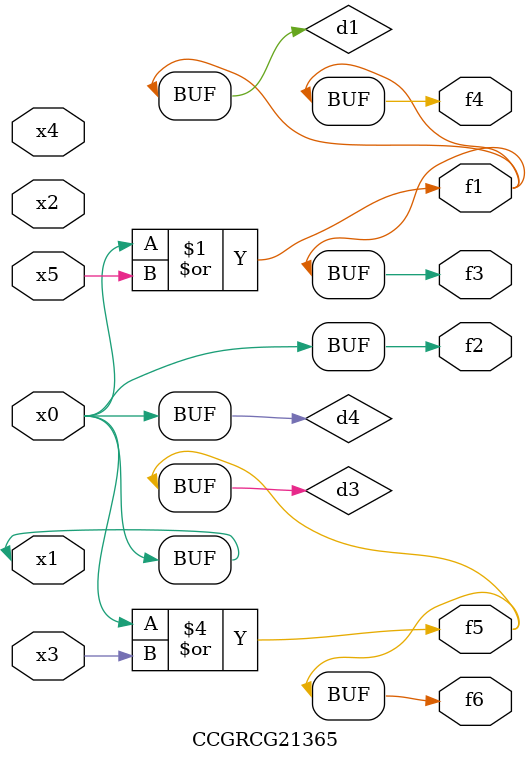
<source format=v>
module CCGRCG21365(
	input x0, x1, x2, x3, x4, x5,
	output f1, f2, f3, f4, f5, f6
);

	wire d1, d2, d3, d4;

	or (d1, x0, x5);
	xnor (d2, x1, x4);
	or (d3, x0, x3);
	buf (d4, x0, x1);
	assign f1 = d1;
	assign f2 = d4;
	assign f3 = d1;
	assign f4 = d1;
	assign f5 = d3;
	assign f6 = d3;
endmodule

</source>
